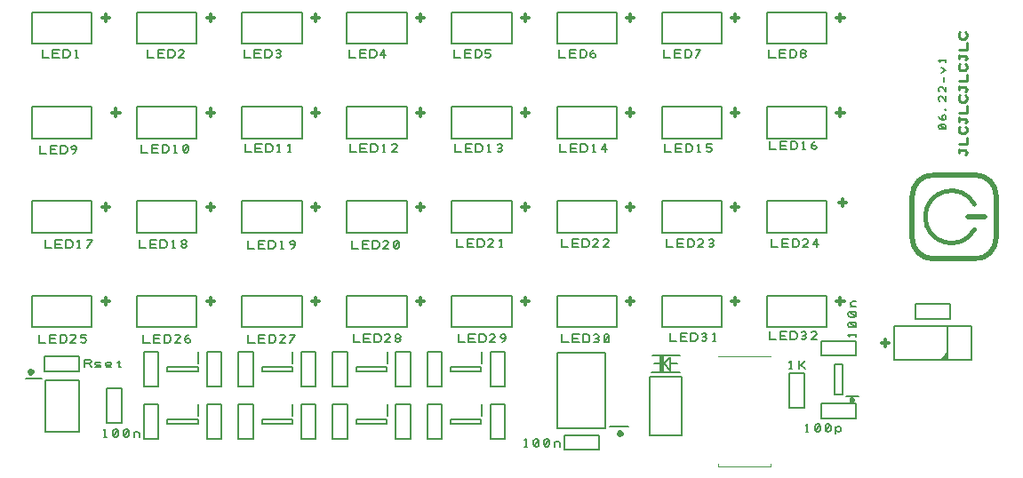
<source format=gto>
G04 DesignSpark PCB Gerber Version 10.0 Build 5299*
G04 #@! TF.Part,Single*
G04 #@! TF.FileFunction,Legend,Top*
G04 #@! TF.FilePolarity,Positive*
%FSLAX35Y35*%
%MOMM*%
%ADD20C,0.10000*%
%ADD70C,0.12700*%
%ADD119C,0.15000*%
%ADD10C,0.20000*%
%ADD21C,0.25000*%
%ADD11C,0.30000*%
%ADD71C,0.40000*%
%ADD24C,0.50000*%
G04 #@! TD.AperFunction*
X0Y0D02*
D02*
D10*
X1131550Y1379800D02*
X1284050D01*
X1319050Y1364300D02*
X1639050D01*
Y874300D01*
X1319050D01*
Y1364300D01*
X2774000Y991500D02*
Y946500D01*
X2484000D01*
Y991500D01*
X2774000D01*
Y1491500D02*
Y1446500D01*
X2484000D01*
Y1491500D01*
X2774000D01*
X2779000Y1131500D02*
Y1026500D01*
Y1631500D02*
Y1526500D01*
X3674000Y991500D02*
Y946500D01*
X3384000D01*
Y991500D01*
X3674000D01*
Y1491500D02*
Y1446500D01*
X3384000D01*
Y1491500D01*
X3674000D01*
X3679000Y1131500D02*
Y1026500D01*
Y1631500D02*
Y1526500D01*
X4574000Y991500D02*
Y946500D01*
X4284000D01*
Y991500D01*
X4574000D01*
Y1491500D02*
Y1446500D01*
X4284000D01*
Y1491500D01*
X4574000D01*
X4579000Y1131500D02*
Y1026500D01*
Y1631500D02*
Y1526500D01*
X5474000Y991500D02*
Y946500D01*
X5184000D01*
Y991500D01*
X5474000D01*
Y1491500D02*
Y1446500D01*
X5184000D01*
Y1491500D01*
X5474000D01*
X5479000Y1131500D02*
Y1026500D01*
Y1631500D02*
Y1526500D01*
X6659050Y909300D02*
X6199050D01*
Y1629300D01*
X6659050D01*
Y909300D01*
X6874050Y919300D02*
X6694050D01*
X7094050Y1439300D02*
X7364050D01*
X7165550Y1519300D02*
X7210000D01*
X7273500Y1582800D01*
Y1455800D01*
X7210000Y1519300D01*
X7165550D01*
X7184600D02*
X7121100D01*
X7273500D02*
X7337000D01*
X7364050Y1599300D02*
X7102050D01*
X8916500Y1224000D02*
X8841500D01*
Y1514000D01*
X8916500D01*
Y1224000D01*
X9066500Y1209000D02*
X8951500D01*
X9861550Y1566600D02*
X9918700Y1623750D01*
X9912350Y1560250D02*
Y1604700D01*
X9874250Y1566600D01*
X9906000D01*
X9912350D02*
X9893300Y1585650D01*
X9894680Y3760910D02*
X9900300Y3772160D01*
Y3783410D01*
X9894680Y3794660D01*
X9883430Y3800280D01*
X9849680D01*
X9838430Y3794660D01*
X9832800Y3783410D01*
Y3772160D01*
X9838430Y3760910D01*
X9849680Y3755280D01*
X9883430D01*
X9894680Y3760910D01*
X9838430Y3794660D01*
X9883430Y3845280D02*
X9872180Y3850910D01*
X9866550Y3862160D01*
Y3873410D01*
X9872180Y3884660D01*
X9883430Y3890280D01*
X9894680Y3884660D01*
X9900300Y3873410D01*
Y3862160D01*
X9894680Y3850910D01*
X9883430Y3845280D01*
X9866550D01*
X9849680Y3850910D01*
X9838430Y3862160D01*
X9832800Y3873410D01*
X9900300Y3940910D02*
X9894680Y3946530D01*
X9889050Y3940910D01*
X9894680Y3935280D01*
X9900300Y3940910D01*
Y4070280D02*
Y4025280D01*
X9860930Y4064660D01*
X9849680Y4070280D01*
X9838430Y4064660D01*
X9832800Y4053410D01*
Y4036530D01*
X9838430Y4025280D01*
X9900300Y4160280D02*
Y4115280D01*
X9860930Y4154660D01*
X9849680Y4160280D01*
X9838430Y4154660D01*
X9832800Y4143410D01*
Y4126530D01*
X9838430Y4115280D01*
X9877800Y4205280D02*
Y4250280D01*
X9855300Y4295280D02*
X9900300Y4317780D01*
X9855300Y4340280D01*
X9900300Y4396530D02*
Y4419030D01*
Y4407780D02*
X9832800D01*
X9844050Y4396530D01*
X9918700Y1566600D02*
Y1884100D01*
D02*
D11*
X1859000Y2114250D02*
X1929000D01*
X1894000Y2079250D02*
Y2149250D01*
X1859000Y3014250D02*
X1929000D01*
X1894000Y2979250D02*
Y3049250D01*
X1859000Y4814250D02*
X1929000D01*
X1894000Y4779250D02*
Y4849250D01*
X1959000Y3914250D02*
X2029000D01*
X1994000Y3879250D02*
Y3949250D01*
X2859000Y2114250D02*
X2929000D01*
X2894000Y2079250D02*
Y2149250D01*
X2859000Y3014250D02*
X2929000D01*
X2894000Y2979250D02*
Y3049250D01*
X2859000Y3914250D02*
X2929000D01*
X2894000Y3879250D02*
Y3949250D01*
X2859000Y4814250D02*
X2929000D01*
X2894000Y4779250D02*
Y4849250D01*
X3859000Y2114250D02*
X3929000D01*
X3894000Y2079250D02*
Y2149250D01*
X3859000Y3014250D02*
X3929000D01*
X3894000Y2979250D02*
Y3049250D01*
X3859000Y3914250D02*
X3929000D01*
X3894000Y3879250D02*
Y3949250D01*
X3859000Y4814250D02*
X3929000D01*
X3894000Y4779250D02*
Y4849250D01*
X4859000Y2114250D02*
X4929000D01*
X4894000Y2079250D02*
Y2149250D01*
X4859000Y3014250D02*
X4929000D01*
X4894000Y2979250D02*
Y3049250D01*
X4859000Y3914250D02*
X4929000D01*
X4894000Y3879250D02*
Y3949250D01*
X4859000Y4814250D02*
X4929000D01*
X4894000Y4779250D02*
Y4849250D01*
X5859000Y2114250D02*
X5929000D01*
X5894000Y2079250D02*
Y2149250D01*
X5859000Y3014250D02*
X5929000D01*
X5894000Y2979250D02*
Y3049250D01*
X5859000Y3914250D02*
X5929000D01*
X5894000Y3879250D02*
Y3949250D01*
X5859000Y4814250D02*
X5929000D01*
X5894000Y4779250D02*
Y4849250D01*
X6859000Y2114250D02*
X6929000D01*
X6894000Y2079250D02*
Y2149250D01*
X6859000Y3014250D02*
X6929000D01*
X6894000Y2979250D02*
Y3049250D01*
X6859000Y3914250D02*
X6929000D01*
X6894000Y3879250D02*
Y3949250D01*
X6859000Y4814250D02*
X6929000D01*
X6894000Y4779250D02*
Y4849250D01*
X7859000Y2114250D02*
X7929000D01*
X7894000Y2079250D02*
Y2149250D01*
X7859000Y3014250D02*
X7929000D01*
X7894000Y2979250D02*
Y3049250D01*
X7859000Y3914250D02*
X7929000D01*
X7894000Y3879250D02*
Y3949250D01*
X7859000Y4814250D02*
X7929000D01*
X7894000Y4779250D02*
Y4849250D01*
X8859000Y2114250D02*
X8929000D01*
X8894000Y2079250D02*
Y2149250D01*
X8859000Y3914250D02*
X8929000D01*
X8894000Y3879250D02*
Y3949250D01*
X8859000Y4814250D02*
X8929000D01*
X8894000Y4779250D02*
Y4849250D01*
X8880000Y3057250D02*
X8950000D01*
X8915000Y3022250D02*
Y3092250D01*
X9285000Y1717250D02*
X9355000D01*
X9320000Y1682250D02*
Y1752250D01*
D02*
D70*
X1326650Y1449450D02*
X1644150D01*
Y1589150D01*
X1313950D01*
Y1449450D01*
X1326650D01*
X1764050Y2169300D02*
X1194050D01*
Y1869300D01*
X1764050D01*
Y2169300D01*
Y3069300D02*
X1194050D01*
Y2769300D01*
X1764050D01*
Y3069300D01*
Y3969300D02*
X1194050D01*
Y3669300D01*
X1764050D01*
Y3969300D01*
Y4869300D02*
X1194050D01*
Y4569300D01*
X1764050D01*
Y4869300D01*
X1909200Y1271700D02*
Y954200D01*
X2048900D01*
Y1284400D01*
X1909200D01*
Y1271700D01*
X2259150Y1121400D02*
Y803900D01*
X2398850D01*
Y1134100D01*
X2259150D01*
Y1121400D01*
Y1621400D02*
Y1303900D01*
X2398850D01*
Y1634100D01*
X2259150D01*
Y1621400D01*
X2764050Y2169300D02*
X2194050D01*
Y1869300D01*
X2764050D01*
Y2169300D01*
Y3069300D02*
X2194050D01*
Y2769300D01*
X2764050D01*
Y3069300D01*
Y3969300D02*
X2194050D01*
Y3669300D01*
X2764050D01*
Y3969300D01*
Y4869300D02*
X2194050D01*
Y4569300D01*
X2764050D01*
Y4869300D01*
X2859150Y1121400D02*
Y803900D01*
X2998850D01*
Y1134100D01*
X2859150D01*
Y1121400D01*
Y1621400D02*
Y1303900D01*
X2998850D01*
Y1634100D01*
X2859150D01*
Y1621400D01*
X3159150Y1121400D02*
Y803900D01*
X3298850D01*
Y1134100D01*
X3159150D01*
Y1121400D01*
Y1621400D02*
Y1303900D01*
X3298850D01*
Y1634100D01*
X3159150D01*
Y1621400D01*
X3759150Y1121400D02*
Y803900D01*
X3898850D01*
Y1134100D01*
X3759150D01*
Y1121400D01*
Y1621400D02*
Y1303900D01*
X3898850D01*
Y1634100D01*
X3759150D01*
Y1621400D01*
X3764050Y2169300D02*
X3194050D01*
Y1869300D01*
X3764050D01*
Y2169300D01*
Y3069300D02*
X3194050D01*
Y2769300D01*
X3764050D01*
Y3069300D01*
Y3969300D02*
X3194050D01*
Y3669300D01*
X3764050D01*
Y3969300D01*
Y4869300D02*
X3194050D01*
Y4569300D01*
X3764050D01*
Y4869300D01*
X4059150Y1121400D02*
Y803900D01*
X4198850D01*
Y1134100D01*
X4059150D01*
Y1121400D01*
Y1621400D02*
Y1303900D01*
X4198850D01*
Y1634100D01*
X4059150D01*
Y1621400D01*
X4659150Y1121400D02*
Y803900D01*
X4798850D01*
Y1134100D01*
X4659150D01*
Y1121400D01*
Y1621400D02*
Y1303900D01*
X4798850D01*
Y1634100D01*
X4659150D01*
Y1621400D01*
X4764050Y2169300D02*
X4194050D01*
Y1869300D01*
X4764050D01*
Y2169300D01*
Y3069300D02*
X4194050D01*
Y2769300D01*
X4764050D01*
Y3069300D01*
Y3969300D02*
X4194050D01*
Y3669300D01*
X4764050D01*
Y3969300D01*
Y4869300D02*
X4194050D01*
Y4569300D01*
X4764050D01*
Y4869300D01*
X4959150Y1121400D02*
Y803900D01*
X5098850D01*
Y1134100D01*
X4959150D01*
Y1121400D01*
Y1621400D02*
Y1303900D01*
X5098850D01*
Y1634100D01*
X4959150D01*
Y1621400D01*
X5559150Y1121400D02*
Y803900D01*
X5698850D01*
Y1134100D01*
X5559150D01*
Y1121400D01*
Y1621400D02*
Y1303900D01*
X5698850D01*
Y1634100D01*
X5559150D01*
Y1621400D01*
X5764050Y2169300D02*
X5194050D01*
Y1869300D01*
X5764050D01*
Y2169300D01*
Y3069300D02*
X5194050D01*
Y2769300D01*
X5764050D01*
Y3069300D01*
Y3969300D02*
X5194050D01*
Y3669300D01*
X5764050D01*
Y3969300D01*
Y4869300D02*
X5194050D01*
Y4569300D01*
X5764050D01*
Y4869300D01*
X6581450Y839150D02*
X6263950D01*
Y699450D01*
X6594150D01*
Y839150D01*
X6581450D01*
X6764050Y2169300D02*
X6194050D01*
Y1869300D01*
X6764050D01*
Y2169300D01*
Y3069300D02*
X6194050D01*
Y2769300D01*
X6764050D01*
Y3069300D01*
Y3969300D02*
X6194050D01*
Y3669300D01*
X6764050D01*
Y3969300D01*
Y4869300D02*
X6194050D01*
Y4569300D01*
X6764050D01*
Y4869300D01*
X7381450Y839900D02*
Y1398700D01*
X7076650D01*
Y839900D01*
X7381450D01*
X7764050Y2169300D02*
X7194050D01*
Y1869300D01*
X7764050D01*
Y2169300D01*
Y3069300D02*
X7194050D01*
Y2769300D01*
X7764050D01*
Y3069300D01*
Y3969300D02*
X7194050D01*
Y3669300D01*
X7764050D01*
Y3969300D01*
Y4869300D02*
X7194050D01*
Y4569300D01*
X7764050D01*
Y4869300D01*
X8548900Y1116900D02*
Y1434400D01*
X8409200D01*
Y1104200D01*
X8548900D01*
Y1116900D01*
X8726300Y1599450D02*
X9043800D01*
Y1739150D01*
X8713600D01*
Y1599450D01*
X8726300D01*
X8726650Y999450D02*
X9044150D01*
Y1139150D01*
X8713950D01*
Y999450D01*
X8726650D01*
X8764050Y2169300D02*
X8194050D01*
Y1869300D01*
X8764050D01*
Y2169300D01*
Y3069300D02*
X8194050D01*
Y2769300D01*
X8764050D01*
Y3069300D01*
Y3969300D02*
X8194050D01*
Y3669300D01*
X8764050D01*
Y3969300D01*
Y4869300D02*
X8194050D01*
Y4569300D01*
X8764050D01*
Y4869300D01*
X9931450Y2089150D02*
X9613950D01*
Y1949450D01*
X9944150D01*
Y2089150D01*
X9931450D01*
X10142800Y1879500D02*
X9410450D01*
Y1558700D01*
X10142800D01*
Y1879500D01*
D02*
D71*
X1179500Y1431500D02*
X1192000Y1444000D01*
X1179500Y1456500D01*
X1167000Y1444000D01*
X1179500Y1431500D01*
X6793500Y842500D02*
X6806000Y855000D01*
X6793500Y867500D01*
X6781000Y855000D01*
X6793500Y842500D01*
X7184600Y1582800D02*
Y1455800D01*
X9004250Y1169750D02*
X9010500Y1176000D01*
X9004250Y1182250D01*
X8998000Y1176000D01*
X9004250Y1169750D01*
X10173000Y3038480D02*
G75*
G03*
Y2801000I-220000J-118740D01*
G01*
D02*
D20*
X8228650Y569750D02*
Y544750D01*
X7728650D01*
Y569750D01*
X8228650Y1594750D02*
X7728650D01*
D02*
D21*
X10084750Y3515280D02*
X10091000Y3521530D01*
X10097250Y3534030D01*
X10091000Y3546530D01*
X10084750Y3552780D01*
X10022250D01*
Y3565280D01*
Y3552780D02*
Y3527780D01*
Y3615280D02*
X10097250D01*
Y3677780D01*
X10084750Y3777780D02*
X10091000Y3771530D01*
X10097250Y3759030D01*
Y3740280D01*
X10091000Y3727780D01*
X10084750Y3721530D01*
X10072250Y3715280D01*
X10047250D01*
X10034750Y3721530D01*
X10028500Y3727780D01*
X10022250Y3740280D01*
Y3759030D01*
X10028500Y3771530D01*
X10034750Y3777780D01*
X10084750Y3815280D02*
X10091000Y3821530D01*
X10097250Y3834030D01*
X10091000Y3846530D01*
X10084750Y3852780D01*
X10022250D01*
Y3865280D01*
Y3852780D02*
Y3827780D01*
Y3915280D02*
X10097250D01*
Y3977780D01*
X10084750Y4077780D02*
X10091000Y4071530D01*
X10097250Y4059030D01*
Y4040280D01*
X10091000Y4027780D01*
X10084750Y4021530D01*
X10072250Y4015280D01*
X10047250D01*
X10034750Y4021530D01*
X10028500Y4027780D01*
X10022250Y4040280D01*
Y4059030D01*
X10028500Y4071530D01*
X10034750Y4077780D01*
X10084750Y4115280D02*
X10091000Y4121530D01*
X10097250Y4134030D01*
X10091000Y4146530D01*
X10084750Y4152780D01*
X10022250D01*
Y4165280D01*
Y4152780D02*
Y4127780D01*
Y4215280D02*
X10097250D01*
Y4277780D01*
X10084750Y4377780D02*
X10091000Y4371530D01*
X10097250Y4359030D01*
Y4340280D01*
X10091000Y4327780D01*
X10084750Y4321530D01*
X10072250Y4315280D01*
X10047250D01*
X10034750Y4321530D01*
X10028500Y4327780D01*
X10022250Y4340280D01*
Y4359030D01*
X10028500Y4371530D01*
X10034750Y4377780D01*
X10084750Y4415280D02*
X10091000Y4421530D01*
X10097250Y4434030D01*
X10091000Y4446530D01*
X10084750Y4452780D01*
X10022250D01*
Y4465280D01*
Y4452780D02*
Y4427780D01*
Y4515280D02*
X10097250D01*
Y4577780D01*
X10084750Y4677780D02*
X10091000Y4671530D01*
X10097250Y4659030D01*
Y4640280D01*
X10091000Y4627780D01*
X10084750Y4621530D01*
X10072250Y4615280D01*
X10047250D01*
X10034750Y4621530D01*
X10028500Y4627780D01*
X10022250Y4640280D01*
Y4659030D01*
X10028500Y4671530D01*
X10034750Y4677780D01*
D02*
D24*
X9779050Y2519300D02*
X10179050D01*
G75*
G03*
X10379050Y2719300I0J200000D01*
G01*
Y3119300D01*
G75*
G03*
X10179050Y3319300I-200000J0D01*
G01*
X9779050D01*
G75*
G03*
X9579050Y3119300I0J-200000D01*
G01*
Y2719300D01*
G75*
G03*
X9779050Y2519300I200000J0D01*
G01*
X10110000Y2919740D02*
X10270000D01*
D02*
D119*
X1262000Y1797050D02*
Y1722050D01*
X1324500D01*
X1362000D02*
Y1797050D01*
X1424500D01*
X1412000Y1759550D02*
X1362000D01*
Y1722050D02*
X1424500D01*
X1462000D02*
Y1797050D01*
X1499500D01*
X1512000Y1790800D01*
X1518250Y1784550D01*
X1524500Y1772050D01*
Y1747050D01*
X1518250Y1734550D01*
X1512000Y1728300D01*
X1499500Y1722050D01*
X1462000D01*
X1612000D02*
X1562000D01*
X1605750Y1765800D01*
X1612000Y1778300D01*
X1605750Y1790800D01*
X1593250Y1797050D01*
X1574500D01*
X1562000Y1790800D01*
X1662000Y1728300D02*
X1674500Y1722050D01*
X1693250D01*
X1705750Y1728300D01*
X1712000Y1740800D01*
Y1747050D01*
X1705750Y1759550D01*
X1693250Y1765800D01*
X1662000D01*
Y1797050D01*
X1712000D01*
X1268000Y3599050D02*
Y3524050D01*
X1330500D01*
X1368000D02*
Y3599050D01*
X1430500D01*
X1418000Y3561550D02*
X1368000D01*
Y3524050D02*
X1430500D01*
X1468000D02*
Y3599050D01*
X1505500D01*
X1518000Y3592800D01*
X1524250Y3586550D01*
X1530500Y3574050D01*
Y3549050D01*
X1524250Y3536550D01*
X1518000Y3530300D01*
X1505500Y3524050D01*
X1468000D01*
X1586750D02*
X1599250Y3530300D01*
X1611750Y3542800D01*
X1618000Y3561550D01*
Y3580300D01*
X1611750Y3592800D01*
X1599250Y3599050D01*
X1586750D01*
X1574250Y3592800D01*
X1568000Y3580300D01*
X1574250Y3567800D01*
X1586750Y3561550D01*
X1599250D01*
X1611750Y3567800D01*
X1618000Y3580300D01*
X1293000Y4513050D02*
Y4438050D01*
X1355500D01*
X1393000D02*
Y4513050D01*
X1455500D01*
X1443000Y4475550D02*
X1393000D01*
Y4438050D02*
X1455500D01*
X1493000D02*
Y4513050D01*
X1530500D01*
X1543000Y4506800D01*
X1549250Y4500550D01*
X1555500Y4488050D01*
Y4463050D01*
X1549250Y4450550D01*
X1543000Y4444300D01*
X1530500Y4438050D01*
X1493000D01*
X1605500D02*
X1630500D01*
X1618000D02*
Y4513050D01*
X1605500Y4500550D01*
X1317000Y2699050D02*
Y2624050D01*
X1379500D01*
X1417000D02*
Y2699050D01*
X1479500D01*
X1467000Y2661550D02*
X1417000D01*
Y2624050D02*
X1479500D01*
X1517000D02*
Y2699050D01*
X1554500D01*
X1567000Y2692800D01*
X1573250Y2686550D01*
X1579500Y2674050D01*
Y2649050D01*
X1573250Y2636550D01*
X1567000Y2630300D01*
X1554500Y2624050D01*
X1517000D01*
X1629500D02*
X1654500D01*
X1642000D02*
Y2699050D01*
X1629500Y2686550D01*
X1717000Y2624050D02*
X1767000Y2699050D01*
X1717000D01*
X1696000Y1485750D02*
Y1560750D01*
X1739750D01*
X1752250Y1554500D01*
X1758500Y1542000D01*
X1752250Y1529500D01*
X1739750Y1523250D01*
X1696000D01*
X1739750D02*
X1758500Y1485750D01*
X1796000Y1492000D02*
X1808500Y1485750D01*
X1833500D01*
X1846000Y1492000D01*
Y1504500D01*
X1833500Y1510750D01*
X1808500D01*
X1796000Y1517000D01*
Y1529500D01*
X1808500Y1535750D01*
X1833500D01*
X1846000Y1529500D01*
X1946000Y1492000D02*
X1939750Y1485750D01*
X1927250D01*
X1914750D01*
X1902250Y1492000D01*
X1896000Y1504500D01*
Y1523250D01*
X1902250Y1529500D01*
X1914750Y1535750D01*
X1927250D01*
X1939750Y1529500D01*
X1946000Y1523250D01*
Y1517000D01*
X1939750Y1510750D01*
X1927250Y1504500D01*
X1914750D01*
X1902250Y1510750D01*
X1896000Y1517000D01*
X2006420Y1535750D02*
X2035580D01*
X2021000Y1548250D02*
Y1492000D01*
X2027250Y1485750D01*
X2033500D01*
X2039750Y1492000D01*
X1877500Y822750D02*
X1902500D01*
X1890000D02*
Y897750D01*
X1877500Y885250D01*
X1971250Y829000D02*
X1983750Y822750D01*
X1996250D01*
X2008750Y829000D01*
X2015000Y841500D01*
Y879000D01*
X2008750Y891500D01*
X1996250Y897750D01*
X1983750D01*
X1971250Y891500D01*
X1965000Y879000D01*
Y841500D01*
X1971250Y829000D01*
X2008750Y891500D01*
X2071250Y829000D02*
X2083750Y822750D01*
X2096250D01*
X2108750Y829000D01*
X2115000Y841500D01*
Y879000D01*
X2108750Y891500D01*
X2096250Y897750D01*
X2083750D01*
X2071250Y891500D01*
X2065000Y879000D01*
Y841500D01*
X2071250Y829000D01*
X2108750Y891500D01*
X2165000Y822750D02*
Y872750D01*
Y854000D02*
X2171250Y866500D01*
X2183750Y872750D01*
X2196250D01*
X2208750Y866500D01*
X2215000Y854000D01*
Y822750D01*
X2217000Y2699050D02*
Y2624050D01*
X2279500D01*
X2317000D02*
Y2699050D01*
X2379500D01*
X2367000Y2661550D02*
X2317000D01*
Y2624050D02*
X2379500D01*
X2417000D02*
Y2699050D01*
X2454500D01*
X2467000Y2692800D01*
X2473250Y2686550D01*
X2479500Y2674050D01*
Y2649050D01*
X2473250Y2636550D01*
X2467000Y2630300D01*
X2454500Y2624050D01*
X2417000D01*
X2529500D02*
X2554500D01*
X2542000D02*
Y2699050D01*
X2529500Y2686550D01*
X2635750Y2661550D02*
X2648250D01*
X2660750Y2667800D01*
X2667000Y2680300D01*
X2660750Y2692800D01*
X2648250Y2699050D01*
X2635750D01*
X2623250Y2692800D01*
X2617000Y2680300D01*
X2623250Y2667800D01*
X2635750Y2661550D01*
X2623250Y2655300D01*
X2617000Y2642800D01*
X2623250Y2630300D01*
X2635750Y2624050D01*
X2648250D01*
X2660750Y2630300D01*
X2667000Y2642800D01*
X2660750Y2655300D01*
X2648250Y2661550D01*
X2235000Y3607750D02*
Y3532750D01*
X2297500D01*
X2335000D02*
Y3607750D01*
X2397500D01*
X2385000Y3570250D02*
X2335000D01*
Y3532750D02*
X2397500D01*
X2435000D02*
Y3607750D01*
X2472500D01*
X2485000Y3601500D01*
X2491250Y3595250D01*
X2497500Y3582750D01*
Y3557750D01*
X2491250Y3545250D01*
X2485000Y3539000D01*
X2472500Y3532750D01*
X2435000D01*
X2547500D02*
X2572500D01*
X2560000D02*
Y3607750D01*
X2547500Y3595250D01*
X2641250Y3539000D02*
X2653750Y3532750D01*
X2666250D01*
X2678750Y3539000D01*
X2685000Y3551500D01*
Y3589000D01*
X2678750Y3601500D01*
X2666250Y3607750D01*
X2653750D01*
X2641250Y3601500D01*
X2635000Y3589000D01*
Y3551500D01*
X2641250Y3539000D01*
X2678750Y3601500D01*
X2254000Y1797050D02*
Y1722050D01*
X2316500D01*
X2354000D02*
Y1797050D01*
X2416500D01*
X2404000Y1759550D02*
X2354000D01*
Y1722050D02*
X2416500D01*
X2454000D02*
Y1797050D01*
X2491500D01*
X2504000Y1790800D01*
X2510250Y1784550D01*
X2516500Y1772050D01*
Y1747050D01*
X2510250Y1734550D01*
X2504000Y1728300D01*
X2491500Y1722050D01*
X2454000D01*
X2604000D02*
X2554000D01*
X2597750Y1765800D01*
X2604000Y1778300D01*
X2597750Y1790800D01*
X2585250Y1797050D01*
X2566500D01*
X2554000Y1790800D01*
X2654000Y1740800D02*
X2660250Y1753300D01*
X2672750Y1759550D01*
X2685250D01*
X2697750Y1753300D01*
X2704000Y1740800D01*
X2697750Y1728300D01*
X2685250Y1722050D01*
X2672750D01*
X2660250Y1728300D01*
X2654000Y1740800D01*
Y1759550D01*
X2660250Y1778300D01*
X2672750Y1790800D01*
X2685250Y1797050D01*
X2293000Y4513050D02*
Y4438050D01*
X2355500D01*
X2393000D02*
Y4513050D01*
X2455500D01*
X2443000Y4475550D02*
X2393000D01*
Y4438050D02*
X2455500D01*
X2493000D02*
Y4513050D01*
X2530500D01*
X2543000Y4506800D01*
X2549250Y4500550D01*
X2555500Y4488050D01*
Y4463050D01*
X2549250Y4450550D01*
X2543000Y4444300D01*
X2530500Y4438050D01*
X2493000D01*
X2643000D02*
X2593000D01*
X2636750Y4481800D01*
X2643000Y4494300D01*
X2636750Y4506800D01*
X2624250Y4513050D01*
X2605500D01*
X2593000Y4506800D01*
X3215000Y4513050D02*
Y4438050D01*
X3277500D01*
X3315000D02*
Y4513050D01*
X3377500D01*
X3365000Y4475550D02*
X3315000D01*
Y4438050D02*
X3377500D01*
X3415000D02*
Y4513050D01*
X3452500D01*
X3465000Y4506800D01*
X3471250Y4500550D01*
X3477500Y4488050D01*
Y4463050D01*
X3471250Y4450550D01*
X3465000Y4444300D01*
X3452500Y4438050D01*
X3415000D01*
X3521250Y4444300D02*
X3533750Y4438050D01*
X3546250D01*
X3558750Y4444300D01*
X3565000Y4456800D01*
X3558750Y4469300D01*
X3546250Y4475550D01*
X3533750D01*
X3546250D02*
X3558750Y4481800D01*
X3565000Y4494300D01*
X3558750Y4506800D01*
X3546250Y4513050D01*
X3533750D01*
X3521250Y4506800D01*
X3222000Y3613050D02*
Y3538050D01*
X3284500D01*
X3322000D02*
Y3613050D01*
X3384500D01*
X3372000Y3575550D02*
X3322000D01*
Y3538050D02*
X3384500D01*
X3422000D02*
Y3613050D01*
X3459500D01*
X3472000Y3606800D01*
X3478250Y3600550D01*
X3484500Y3588050D01*
Y3563050D01*
X3478250Y3550550D01*
X3472000Y3544300D01*
X3459500Y3538050D01*
X3422000D01*
X3534500D02*
X3559500D01*
X3547000D02*
Y3613050D01*
X3534500Y3600550D01*
X3634500Y3538050D02*
X3659500D01*
X3647000D02*
Y3613050D01*
X3634500Y3600550D01*
X3249000Y2692050D02*
Y2617050D01*
X3311500D01*
X3349000D02*
Y2692050D01*
X3411500D01*
X3399000Y2654550D02*
X3349000D01*
Y2617050D02*
X3411500D01*
X3449000D02*
Y2692050D01*
X3486500D01*
X3499000Y2685800D01*
X3505250Y2679550D01*
X3511500Y2667050D01*
Y2642050D01*
X3505250Y2629550D01*
X3499000Y2623300D01*
X3486500Y2617050D01*
X3449000D01*
X3561500D02*
X3586500D01*
X3574000D02*
Y2692050D01*
X3561500Y2679550D01*
X3667750Y2617050D02*
X3680250Y2623300D01*
X3692750Y2635800D01*
X3699000Y2654550D01*
Y2673300D01*
X3692750Y2685800D01*
X3680250Y2692050D01*
X3667750D01*
X3655250Y2685800D01*
X3649000Y2673300D01*
X3655250Y2660800D01*
X3667750Y2654550D01*
X3680250D01*
X3692750Y2660800D01*
X3699000Y2673300D01*
X3253000Y1797050D02*
Y1722050D01*
X3315500D01*
X3353000D02*
Y1797050D01*
X3415500D01*
X3403000Y1759550D02*
X3353000D01*
Y1722050D02*
X3415500D01*
X3453000D02*
Y1797050D01*
X3490500D01*
X3503000Y1790800D01*
X3509250Y1784550D01*
X3515500Y1772050D01*
Y1747050D01*
X3509250Y1734550D01*
X3503000Y1728300D01*
X3490500Y1722050D01*
X3453000D01*
X3603000D02*
X3553000D01*
X3596750Y1765800D01*
X3603000Y1778300D01*
X3596750Y1790800D01*
X3584250Y1797050D01*
X3565500D01*
X3553000Y1790800D01*
X3653000Y1722050D02*
X3703000Y1797050D01*
X3653000D01*
X4215000Y4513050D02*
Y4438050D01*
X4277500D01*
X4315000D02*
Y4513050D01*
X4377500D01*
X4365000Y4475550D02*
X4315000D01*
Y4438050D02*
X4377500D01*
X4415000D02*
Y4513050D01*
X4452500D01*
X4465000Y4506800D01*
X4471250Y4500550D01*
X4477500Y4488050D01*
Y4463050D01*
X4471250Y4450550D01*
X4465000Y4444300D01*
X4452500Y4438050D01*
X4415000D01*
X4546250D02*
Y4513050D01*
X4515000Y4463050D01*
X4565000D01*
X4222000Y3613050D02*
Y3538050D01*
X4284500D01*
X4322000D02*
Y3613050D01*
X4384500D01*
X4372000Y3575550D02*
X4322000D01*
Y3538050D02*
X4384500D01*
X4422000D02*
Y3613050D01*
X4459500D01*
X4472000Y3606800D01*
X4478250Y3600550D01*
X4484500Y3588050D01*
Y3563050D01*
X4478250Y3550550D01*
X4472000Y3544300D01*
X4459500Y3538050D01*
X4422000D01*
X4534500D02*
X4559500D01*
X4547000D02*
Y3613050D01*
X4534500Y3600550D01*
X4672000Y3538050D02*
X4622000D01*
X4665750Y3581800D01*
X4672000Y3594300D01*
X4665750Y3606800D01*
X4653250Y3613050D01*
X4634500D01*
X4622000Y3606800D01*
X4240000Y2692050D02*
Y2617050D01*
X4302500D01*
X4340000D02*
Y2692050D01*
X4402500D01*
X4390000Y2654550D02*
X4340000D01*
Y2617050D02*
X4402500D01*
X4440000D02*
Y2692050D01*
X4477500D01*
X4490000Y2685800D01*
X4496250Y2679550D01*
X4502500Y2667050D01*
Y2642050D01*
X4496250Y2629550D01*
X4490000Y2623300D01*
X4477500Y2617050D01*
X4440000D01*
X4590000D02*
X4540000D01*
X4583750Y2660800D01*
X4590000Y2673300D01*
X4583750Y2685800D01*
X4571250Y2692050D01*
X4552500D01*
X4540000Y2685800D01*
X4646250Y2623300D02*
X4658750Y2617050D01*
X4671250D01*
X4683750Y2623300D01*
X4690000Y2635800D01*
Y2673300D01*
X4683750Y2685800D01*
X4671250Y2692050D01*
X4658750D01*
X4646250Y2685800D01*
X4640000Y2673300D01*
Y2635800D01*
X4646250Y2623300D01*
X4683750Y2685800D01*
X4255000Y1799750D02*
Y1724750D01*
X4317500D01*
X4355000D02*
Y1799750D01*
X4417500D01*
X4405000Y1762250D02*
X4355000D01*
Y1724750D02*
X4417500D01*
X4455000D02*
Y1799750D01*
X4492500D01*
X4505000Y1793500D01*
X4511250Y1787250D01*
X4517500Y1774750D01*
Y1749750D01*
X4511250Y1737250D01*
X4505000Y1731000D01*
X4492500Y1724750D01*
X4455000D01*
X4605000D02*
X4555000D01*
X4598750Y1768500D01*
X4605000Y1781000D01*
X4598750Y1793500D01*
X4586250Y1799750D01*
X4567500D01*
X4555000Y1793500D01*
X4673750Y1762250D02*
X4686250D01*
X4698750Y1768500D01*
X4705000Y1781000D01*
X4698750Y1793500D01*
X4686250Y1799750D01*
X4673750D01*
X4661250Y1793500D01*
X4655000Y1781000D01*
X4661250Y1768500D01*
X4673750Y1762250D01*
X4661250Y1756000D01*
X4655000Y1743500D01*
X4661250Y1731000D01*
X4673750Y1724750D01*
X4686250D01*
X4698750Y1731000D01*
X4705000Y1743500D01*
X4698750Y1756000D01*
X4686250Y1762250D01*
X5215000Y4513050D02*
Y4438050D01*
X5277500D01*
X5315000D02*
Y4513050D01*
X5377500D01*
X5365000Y4475550D02*
X5315000D01*
Y4438050D02*
X5377500D01*
X5415000D02*
Y4513050D01*
X5452500D01*
X5465000Y4506800D01*
X5471250Y4500550D01*
X5477500Y4488050D01*
Y4463050D01*
X5471250Y4450550D01*
X5465000Y4444300D01*
X5452500Y4438050D01*
X5415000D01*
X5515000Y4444300D02*
X5527500Y4438050D01*
X5546250D01*
X5558750Y4444300D01*
X5565000Y4456800D01*
Y4463050D01*
X5558750Y4475550D01*
X5546250Y4481800D01*
X5515000D01*
Y4513050D01*
X5565000D01*
X5222000Y3613050D02*
Y3538050D01*
X5284500D01*
X5322000D02*
Y3613050D01*
X5384500D01*
X5372000Y3575550D02*
X5322000D01*
Y3538050D02*
X5384500D01*
X5422000D02*
Y3613050D01*
X5459500D01*
X5472000Y3606800D01*
X5478250Y3600550D01*
X5484500Y3588050D01*
Y3563050D01*
X5478250Y3550550D01*
X5472000Y3544300D01*
X5459500Y3538050D01*
X5422000D01*
X5534500D02*
X5559500D01*
X5547000D02*
Y3613050D01*
X5534500Y3600550D01*
X5628250Y3544300D02*
X5640750Y3538050D01*
X5653250D01*
X5665750Y3544300D01*
X5672000Y3556800D01*
X5665750Y3569300D01*
X5653250Y3575550D01*
X5640750D01*
X5653250D02*
X5665750Y3581800D01*
X5672000Y3594300D01*
X5665750Y3606800D01*
X5653250Y3613050D01*
X5640750D01*
X5628250Y3606800D01*
X5239000Y2706750D02*
Y2631750D01*
X5301500D01*
X5339000D02*
Y2706750D01*
X5401500D01*
X5389000Y2669250D02*
X5339000D01*
Y2631750D02*
X5401500D01*
X5439000D02*
Y2706750D01*
X5476500D01*
X5489000Y2700500D01*
X5495250Y2694250D01*
X5501500Y2681750D01*
Y2656750D01*
X5495250Y2644250D01*
X5489000Y2638000D01*
X5476500Y2631750D01*
X5439000D01*
X5589000D02*
X5539000D01*
X5582750Y2675500D01*
X5589000Y2688000D01*
X5582750Y2700500D01*
X5570250Y2706750D01*
X5551500D01*
X5539000Y2700500D01*
X5651500Y2631750D02*
X5676500D01*
X5664000D02*
Y2706750D01*
X5651500Y2694250D01*
X5255000Y1799750D02*
Y1724750D01*
X5317500D01*
X5355000D02*
Y1799750D01*
X5417500D01*
X5405000Y1762250D02*
X5355000D01*
Y1724750D02*
X5417500D01*
X5455000D02*
Y1799750D01*
X5492500D01*
X5505000Y1793500D01*
X5511250Y1787250D01*
X5517500Y1774750D01*
Y1749750D01*
X5511250Y1737250D01*
X5505000Y1731000D01*
X5492500Y1724750D01*
X5455000D01*
X5605000D02*
X5555000D01*
X5598750Y1768500D01*
X5605000Y1781000D01*
X5598750Y1793500D01*
X5586250Y1799750D01*
X5567500D01*
X5555000Y1793500D01*
X5673750Y1724750D02*
X5686250Y1731000D01*
X5698750Y1743500D01*
X5705000Y1762250D01*
Y1781000D01*
X5698750Y1793500D01*
X5686250Y1799750D01*
X5673750D01*
X5661250Y1793500D01*
X5655000Y1781000D01*
X5661250Y1768500D01*
X5673750Y1762250D01*
X5686250D01*
X5698750Y1768500D01*
X5705000Y1781000D01*
X5885500Y730750D02*
X5910500D01*
X5898000D02*
Y805750D01*
X5885500Y793250D01*
X5979250Y737000D02*
X5991750Y730750D01*
X6004250D01*
X6016750Y737000D01*
X6023000Y749500D01*
Y787000D01*
X6016750Y799500D01*
X6004250Y805750D01*
X5991750D01*
X5979250Y799500D01*
X5973000Y787000D01*
Y749500D01*
X5979250Y737000D01*
X6016750Y799500D01*
X6079250Y737000D02*
X6091750Y730750D01*
X6104250D01*
X6116750Y737000D01*
X6123000Y749500D01*
Y787000D01*
X6116750Y799500D01*
X6104250Y805750D01*
X6091750D01*
X6079250Y799500D01*
X6073000Y787000D01*
Y749500D01*
X6079250Y737000D01*
X6116750Y799500D01*
X6173000Y730750D02*
Y780750D01*
Y762000D02*
X6179250Y774500D01*
X6191750Y780750D01*
X6204250D01*
X6216750Y774500D01*
X6223000Y762000D01*
Y730750D01*
X6215000Y4513050D02*
Y4438050D01*
X6277500D01*
X6315000D02*
Y4513050D01*
X6377500D01*
X6365000Y4475550D02*
X6315000D01*
Y4438050D02*
X6377500D01*
X6415000D02*
Y4513050D01*
X6452500D01*
X6465000Y4506800D01*
X6471250Y4500550D01*
X6477500Y4488050D01*
Y4463050D01*
X6471250Y4450550D01*
X6465000Y4444300D01*
X6452500Y4438050D01*
X6415000D01*
X6515000Y4456800D02*
X6521250Y4469300D01*
X6533750Y4475550D01*
X6546250D01*
X6558750Y4469300D01*
X6565000Y4456800D01*
X6558750Y4444300D01*
X6546250Y4438050D01*
X6533750D01*
X6521250Y4444300D01*
X6515000Y4456800D01*
Y4475550D01*
X6521250Y4494300D01*
X6533750Y4506800D01*
X6546250Y4513050D01*
X6222000Y3613050D02*
Y3538050D01*
X6284500D01*
X6322000D02*
Y3613050D01*
X6384500D01*
X6372000Y3575550D02*
X6322000D01*
Y3538050D02*
X6384500D01*
X6422000D02*
Y3613050D01*
X6459500D01*
X6472000Y3606800D01*
X6478250Y3600550D01*
X6484500Y3588050D01*
Y3563050D01*
X6478250Y3550550D01*
X6472000Y3544300D01*
X6459500Y3538050D01*
X6422000D01*
X6534500D02*
X6559500D01*
X6547000D02*
Y3613050D01*
X6534500Y3600550D01*
X6653250Y3538050D02*
Y3613050D01*
X6622000Y3563050D01*
X6672000D01*
X6239000Y2706750D02*
Y2631750D01*
X6301500D01*
X6339000D02*
Y2706750D01*
X6401500D01*
X6389000Y2669250D02*
X6339000D01*
Y2631750D02*
X6401500D01*
X6439000D02*
Y2706750D01*
X6476500D01*
X6489000Y2700500D01*
X6495250Y2694250D01*
X6501500Y2681750D01*
Y2656750D01*
X6495250Y2644250D01*
X6489000Y2638000D01*
X6476500Y2631750D01*
X6439000D01*
X6589000D02*
X6539000D01*
X6582750Y2675500D01*
X6589000Y2688000D01*
X6582750Y2700500D01*
X6570250Y2706750D01*
X6551500D01*
X6539000Y2700500D01*
X6689000Y2631750D02*
X6639000D01*
X6682750Y2675500D01*
X6689000Y2688000D01*
X6682750Y2700500D01*
X6670250Y2706750D01*
X6651500D01*
X6639000Y2700500D01*
X6243000Y1798750D02*
Y1723750D01*
X6305500D01*
X6343000D02*
Y1798750D01*
X6405500D01*
X6393000Y1761250D02*
X6343000D01*
Y1723750D02*
X6405500D01*
X6443000D02*
Y1798750D01*
X6480500D01*
X6493000Y1792500D01*
X6499250Y1786250D01*
X6505500Y1773750D01*
Y1748750D01*
X6499250Y1736250D01*
X6493000Y1730000D01*
X6480500Y1723750D01*
X6443000D01*
X6549250Y1730000D02*
X6561750Y1723750D01*
X6574250D01*
X6586750Y1730000D01*
X6593000Y1742500D01*
X6586750Y1755000D01*
X6574250Y1761250D01*
X6561750D01*
X6574250D02*
X6586750Y1767500D01*
X6593000Y1780000D01*
X6586750Y1792500D01*
X6574250Y1798750D01*
X6561750D01*
X6549250Y1792500D01*
X6649250Y1730000D02*
X6661750Y1723750D01*
X6674250D01*
X6686750Y1730000D01*
X6693000Y1742500D01*
Y1780000D01*
X6686750Y1792500D01*
X6674250Y1798750D01*
X6661750D01*
X6649250Y1792500D01*
X6643000Y1780000D01*
Y1742500D01*
X6649250Y1730000D01*
X6686750Y1792500D01*
X7215000Y4513050D02*
Y4438050D01*
X7277500D01*
X7315000D02*
Y4513050D01*
X7377500D01*
X7365000Y4475550D02*
X7315000D01*
Y4438050D02*
X7377500D01*
X7415000D02*
Y4513050D01*
X7452500D01*
X7465000Y4506800D01*
X7471250Y4500550D01*
X7477500Y4488050D01*
Y4463050D01*
X7471250Y4450550D01*
X7465000Y4444300D01*
X7452500Y4438050D01*
X7415000D01*
X7515000D02*
X7565000Y4513050D01*
X7515000D01*
X7222000Y3613050D02*
Y3538050D01*
X7284500D01*
X7322000D02*
Y3613050D01*
X7384500D01*
X7372000Y3575550D02*
X7322000D01*
Y3538050D02*
X7384500D01*
X7422000D02*
Y3613050D01*
X7459500D01*
X7472000Y3606800D01*
X7478250Y3600550D01*
X7484500Y3588050D01*
Y3563050D01*
X7478250Y3550550D01*
X7472000Y3544300D01*
X7459500Y3538050D01*
X7422000D01*
X7534500D02*
X7559500D01*
X7547000D02*
Y3613050D01*
X7534500Y3600550D01*
X7622000Y3544300D02*
X7634500Y3538050D01*
X7653250D01*
X7665750Y3544300D01*
X7672000Y3556800D01*
Y3563050D01*
X7665750Y3575550D01*
X7653250Y3581800D01*
X7622000D01*
Y3613050D01*
X7672000D01*
X7239000Y2706750D02*
Y2631750D01*
X7301500D01*
X7339000D02*
Y2706750D01*
X7401500D01*
X7389000Y2669250D02*
X7339000D01*
Y2631750D02*
X7401500D01*
X7439000D02*
Y2706750D01*
X7476500D01*
X7489000Y2700500D01*
X7495250Y2694250D01*
X7501500Y2681750D01*
Y2656750D01*
X7495250Y2644250D01*
X7489000Y2638000D01*
X7476500Y2631750D01*
X7439000D01*
X7589000D02*
X7539000D01*
X7582750Y2675500D01*
X7589000Y2688000D01*
X7582750Y2700500D01*
X7570250Y2706750D01*
X7551500D01*
X7539000Y2700500D01*
X7645250Y2638000D02*
X7657750Y2631750D01*
X7670250D01*
X7682750Y2638000D01*
X7689000Y2650500D01*
X7682750Y2663000D01*
X7670250Y2669250D01*
X7657750D01*
X7670250D02*
X7682750Y2675500D01*
X7689000Y2688000D01*
X7682750Y2700500D01*
X7670250Y2706750D01*
X7657750D01*
X7645250Y2700500D01*
X7271000Y1813050D02*
Y1738050D01*
X7333500D01*
X7371000D02*
Y1813050D01*
X7433500D01*
X7421000Y1775550D02*
X7371000D01*
Y1738050D02*
X7433500D01*
X7471000D02*
Y1813050D01*
X7508500D01*
X7521000Y1806800D01*
X7527250Y1800550D01*
X7533500Y1788050D01*
Y1763050D01*
X7527250Y1750550D01*
X7521000Y1744300D01*
X7508500Y1738050D01*
X7471000D01*
X7577250Y1744300D02*
X7589750Y1738050D01*
X7602250D01*
X7614750Y1744300D01*
X7621000Y1756800D01*
X7614750Y1769300D01*
X7602250Y1775550D01*
X7589750D01*
X7602250D02*
X7614750Y1781800D01*
X7621000Y1794300D01*
X7614750Y1806800D01*
X7602250Y1813050D01*
X7589750D01*
X7577250Y1806800D01*
X7683500Y1738050D02*
X7708500D01*
X7696000D02*
Y1813050D01*
X7683500Y1800550D01*
X8215000Y4513050D02*
Y4438050D01*
X8277500D01*
X8315000D02*
Y4513050D01*
X8377500D01*
X8365000Y4475550D02*
X8315000D01*
Y4438050D02*
X8377500D01*
X8415000D02*
Y4513050D01*
X8452500D01*
X8465000Y4506800D01*
X8471250Y4500550D01*
X8477500Y4488050D01*
Y4463050D01*
X8471250Y4450550D01*
X8465000Y4444300D01*
X8452500Y4438050D01*
X8415000D01*
X8533750Y4475550D02*
X8546250D01*
X8558750Y4481800D01*
X8565000Y4494300D01*
X8558750Y4506800D01*
X8546250Y4513050D01*
X8533750D01*
X8521250Y4506800D01*
X8515000Y4494300D01*
X8521250Y4481800D01*
X8533750Y4475550D01*
X8521250Y4469300D01*
X8515000Y4456800D01*
X8521250Y4444300D01*
X8533750Y4438050D01*
X8546250D01*
X8558750Y4444300D01*
X8565000Y4456800D01*
X8558750Y4469300D01*
X8546250Y4475550D01*
X8219000Y1825750D02*
Y1750750D01*
X8281500D01*
X8319000D02*
Y1825750D01*
X8381500D01*
X8369000Y1788250D02*
X8319000D01*
Y1750750D02*
X8381500D01*
X8419000D02*
Y1825750D01*
X8456500D01*
X8469000Y1819500D01*
X8475250Y1813250D01*
X8481500Y1800750D01*
Y1775750D01*
X8475250Y1763250D01*
X8469000Y1757000D01*
X8456500Y1750750D01*
X8419000D01*
X8525250Y1757000D02*
X8537750Y1750750D01*
X8550250D01*
X8562750Y1757000D01*
X8569000Y1769500D01*
X8562750Y1782000D01*
X8550250Y1788250D01*
X8537750D01*
X8550250D02*
X8562750Y1794500D01*
X8569000Y1807000D01*
X8562750Y1819500D01*
X8550250Y1825750D01*
X8537750D01*
X8525250Y1819500D01*
X8669000Y1750750D02*
X8619000D01*
X8662750Y1794500D01*
X8669000Y1807000D01*
X8662750Y1819500D01*
X8650250Y1825750D01*
X8631500D01*
X8619000Y1819500D01*
X8222000Y3638750D02*
Y3563750D01*
X8284500D01*
X8322000D02*
Y3638750D01*
X8384500D01*
X8372000Y3601250D02*
X8322000D01*
Y3563750D02*
X8384500D01*
X8422000D02*
Y3638750D01*
X8459500D01*
X8472000Y3632500D01*
X8478250Y3626250D01*
X8484500Y3613750D01*
Y3588750D01*
X8478250Y3576250D01*
X8472000Y3570000D01*
X8459500Y3563750D01*
X8422000D01*
X8534500D02*
X8559500D01*
X8547000D02*
Y3638750D01*
X8534500Y3626250D01*
X8622000Y3582500D02*
X8628250Y3595000D01*
X8640750Y3601250D01*
X8653250D01*
X8665750Y3595000D01*
X8672000Y3582500D01*
X8665750Y3570000D01*
X8653250Y3563750D01*
X8640750D01*
X8628250Y3570000D01*
X8622000Y3582500D01*
Y3601250D01*
X8628250Y3620000D01*
X8640750Y3632500D01*
X8653250Y3638750D01*
X8239000Y2706750D02*
Y2631750D01*
X8301500D01*
X8339000D02*
Y2706750D01*
X8401500D01*
X8389000Y2669250D02*
X8339000D01*
Y2631750D02*
X8401500D01*
X8439000D02*
Y2706750D01*
X8476500D01*
X8489000Y2700500D01*
X8495250Y2694250D01*
X8501500Y2681750D01*
Y2656750D01*
X8495250Y2644250D01*
X8489000Y2638000D01*
X8476500Y2631750D01*
X8439000D01*
X8589000D02*
X8539000D01*
X8582750Y2675500D01*
X8589000Y2688000D01*
X8582750Y2700500D01*
X8570250Y2706750D01*
X8551500D01*
X8539000Y2700500D01*
X8670250Y2631750D02*
Y2706750D01*
X8639000Y2656750D01*
X8689000D01*
X8409500Y1471750D02*
X8434500D01*
X8422000D02*
Y1546750D01*
X8409500Y1534250D01*
X8497000Y1471750D02*
Y1546750D01*
Y1509250D02*
X8515750D01*
X8559500Y1546750D01*
X8515750Y1509250D02*
X8559500Y1471750D01*
X8564500Y869750D02*
X8589500D01*
X8577000D02*
Y944750D01*
X8564500Y932250D01*
X8658250Y876000D02*
X8670750Y869750D01*
X8683250D01*
X8695750Y876000D01*
X8702000Y888500D01*
Y926000D01*
X8695750Y938500D01*
X8683250Y944750D01*
X8670750D01*
X8658250Y938500D01*
X8652000Y926000D01*
Y888500D01*
X8658250Y876000D01*
X8695750Y938500D01*
X8758250Y876000D02*
X8770750Y869750D01*
X8783250D01*
X8795750Y876000D01*
X8802000Y888500D01*
Y926000D01*
X8795750Y938500D01*
X8783250Y944750D01*
X8770750D01*
X8758250Y938500D01*
X8752000Y926000D01*
Y888500D01*
X8758250Y876000D01*
X8795750Y938500D01*
X8852000Y919750D02*
Y851000D01*
Y888500D02*
X8858250Y876000D01*
X8870750Y869750D01*
X8883250D01*
X8895750Y876000D01*
X8902000Y888500D01*
Y901000D01*
X8895750Y913500D01*
X8883250Y919750D01*
X8870750D01*
X8858250Y913500D01*
X8852000Y901000D01*
Y888500D01*
X9045250Y1779500D02*
Y1804500D01*
Y1792000D02*
X8970250D01*
X8982750Y1779500D01*
X9039000Y1873250D02*
X9045250Y1885750D01*
Y1898250D01*
X9039000Y1910750D01*
X9026500Y1917000D01*
X8989000D01*
X8976500Y1910750D01*
X8970250Y1898250D01*
Y1885750D01*
X8976500Y1873250D01*
X8989000Y1867000D01*
X9026500D01*
X9039000Y1873250D01*
X8976500Y1910750D01*
X9039000Y1973250D02*
X9045250Y1985750D01*
Y1998250D01*
X9039000Y2010750D01*
X9026500Y2017000D01*
X8989000D01*
X8976500Y2010750D01*
X8970250Y1998250D01*
Y1985750D01*
X8976500Y1973250D01*
X8989000Y1967000D01*
X9026500D01*
X9039000Y1973250D01*
X8976500Y2010750D01*
X9045250Y2067000D02*
X8995250D01*
X9014000D02*
X9001500Y2073250D01*
X8995250Y2085750D01*
Y2098250D01*
X9001500Y2110750D01*
X9014000Y2117000D01*
X9045250D01*
X0Y0D02*
M02*

</source>
